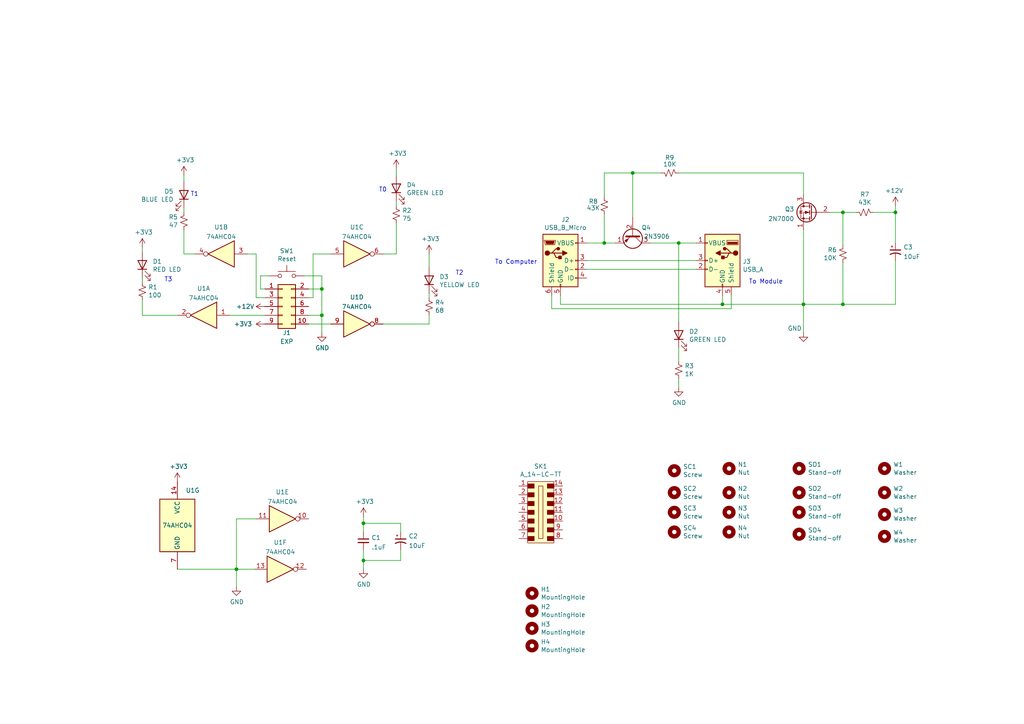
<source format=kicad_sch>
(kicad_sch (version 20211123) (generator eeschema)
  (paper "A4")
  (title_block (rev "1.1"))
  (lib_symbols
    (symbol "74xx:74AHC04"
      (property "Reference" "U" (at 0 1.27 0))
      (property "Value" "74AHC04" (at 0 -1.27 0))
      (symbol "74AHC04_1_0"
        (polyline (pts (xy -3.81 3.81) (xy -3.81 -3.81) (xy 3.81 0) (xy -3.81 3.81)) (stroke (width 0.254)) (fill (type background)))
        (pin input line (at -7.62 0 0) (length 3.81) (name "~") (number "1"))
        (pin output inverted (at 7.62 0 180) (length 3.81) (name "~") (number "2"))
      )
      (symbol "74AHC04_2_0"
        (polyline (pts (xy -3.81 3.81) (xy -3.81 -3.81) (xy 3.81 0) (xy -3.81 3.81)) (stroke (width 0.254)) (fill (type background)))
        (pin input line (at -7.62 0 0) (length 3.81) (name "~") (number "3"))
        (pin output inverted (at 7.62 0 180) (length 3.81) (name "~") (number "4"))
      )
      (symbol "74AHC04_3_0"
        (polyline (pts (xy -3.81 3.81) (xy -3.81 -3.81) (xy 3.81 0) (xy -3.81 3.81)) (stroke (width 0.254)) (fill (type background)))
        (pin input line (at -7.62 0 0) (length 3.81) (name "~") (number "5"))
        (pin output inverted (at 7.62 0 180) (length 3.81) (name "~") (number "6"))
      )
      (symbol "74AHC04_4_0"
        (polyline (pts (xy -3.81 3.81) (xy -3.81 -3.81) (xy 3.81 0) (xy -3.81 3.81)) (stroke (width 0.254)) (fill (type background)))
        (pin output inverted (at 7.62 0 180) (length 3.81) (name "~") (number "8"))
        (pin input line (at -7.62 0 0) (length 3.81) (name "~") (number "9"))
      )
      (symbol "74AHC04_5_0"
        (polyline (pts (xy -3.81 3.81) (xy -3.81 -3.81) (xy 3.81 0) (xy -3.81 3.81)) (stroke (width 0.254)) (fill (type background)))
        (pin output inverted (at 7.62 0 180) (length 3.81) (name "~") (number "10"))
        (pin input line (at -7.62 0 0) (length 3.81) (name "~") (number "11"))
      )
      (symbol "74AHC04_6_0"
        (polyline (pts (xy -3.81 3.81) (xy -3.81 -3.81) (xy 3.81 0) (xy -3.81 3.81)) (stroke (width 0.254)) (fill (type background)))
        (pin output inverted (at 7.62 0 180) (length 3.81) (name "~") (number "12"))
        (pin input line (at -7.62 0 0) (length 3.81) (name "~") (number "13"))
      )
      (symbol "74AHC04_7_0"
        (pin power_in line (at 0 12.7 270) (length 5.08) (name "VCC") (number "14"))
        (pin power_in line (at 0 -12.7 90) (length 5.08) (name "GND") (number "7"))
      )
      (symbol "74AHC04_7_1"
        (rectangle (start -5.08 7.62) (end 5.08 -7.62) (stroke (width 0.254)) (fill (type background)))
      )
    )
    (symbol "Connector:USB_A" (pin_names (offset 1.016))
      (property "Reference" "J" (at -5.08 11.43 0))
      (property "Value" "USB_A" (at -5.08 8.89 0))
      (symbol "USB_A_0_1"
        (rectangle (start -5.08 -7.62) (end 5.08 7.62) (stroke (width 0.254)) (fill (type background)))
        (circle (center -3.81 2.159) (radius 0.635) (stroke (width 0.254)) (fill (type outline)))
        (rectangle (start -1.524 4.826) (end -4.318 5.334) (fill (type outline)))
        (rectangle (start -1.27 4.572) (end -4.572 5.842))
        (circle (center -0.635 3.429) (radius 0.381) (stroke (width 0.254)) (fill (type outline)))
        (rectangle (start -0.127 -7.62) (end 0.127 -6.858))
        (polyline (pts (xy -3.175 2.159) (xy -2.54 2.159) (xy -1.27 3.429) (xy -0.635 3.429)) (stroke (width 0.254)))
        (polyline (pts (xy -2.54 2.159) (xy -1.905 2.159) (xy -1.27 0.889) (xy 0 0.889)) (stroke (width 0.254)))
        (polyline (pts (xy 0.635 2.794) (xy 0.635 1.524) (xy 1.905 2.159) (xy 0.635 2.794)) (stroke (width 0.254)) (fill (type outline)))
        (rectangle (start 0.254 1.27) (end -0.508 0.508) (stroke (width 0.254)) (fill (type outline)))
        (rectangle (start 5.08 -2.667) (end 4.318 -2.413))
        (rectangle (start 5.08 -0.127) (end 4.318 0.127))
        (rectangle (start 5.08 4.953) (end 4.318 5.207))
      )
      (symbol "USB_A_1_1"
        (polyline (pts (xy -1.905 2.159) (xy 0.635 2.159)) (stroke (width 0.254)))
        (pin power_in line (at 7.62 5.08 180) (length 2.54) (name "VBUS") (number "1"))
        (pin bidirectional line (at 7.62 -2.54 180) (length 2.54) (name "D-") (number "2"))
        (pin bidirectional line (at 7.62 0 180) (length 2.54) (name "D+") (number "3"))
        (pin power_in line (at 0 -10.16 90) (length 2.54) (name "GND") (number "4"))
        (pin passive line (at -2.54 -10.16 90) (length 2.54) (name "Shield") (number "5"))
      )
    )
    (symbol "Connector:USB_B_Micro" (pin_names (offset 1.016))
      (property "Reference" "J" (at -5.08 11.43 0))
      (property "Value" "USB_B_Micro" (at -5.08 8.89 0))
      (symbol "USB_B_Micro_0_1"
        (rectangle (start -5.08 -7.62) (end 5.08 7.62) (stroke (width 0.254)) (fill (type background)))
        (circle (center -3.81 2.159) (radius 0.635) (stroke (width 0.254)) (fill (type outline)))
        (circle (center -0.635 3.429) (radius 0.381) (stroke (width 0.254)) (fill (type outline)))
        (rectangle (start -0.127 -7.62) (end 0.127 -6.858))
        (polyline (pts (xy -1.905 2.159) (xy 0.635 2.159)) (stroke (width 0.254)))
        (polyline (pts (xy -3.175 2.159) (xy -2.54 2.159) (xy -1.27 3.429) (xy -0.635 3.429)) (stroke (width 0.254)))
        (polyline (pts (xy -2.54 2.159) (xy -1.905 2.159) (xy -1.27 0.889) (xy 0 0.889)) (stroke (width 0.254)))
        (polyline (pts (xy 0.635 2.794) (xy 0.635 1.524) (xy 1.905 2.159) (xy 0.635 2.794)) (stroke (width 0.254)) (fill (type outline)))
        (polyline (pts (xy -4.318 5.588) (xy -1.778 5.588) (xy -2.032 4.826) (xy -4.064 4.826) (xy -4.318 5.588)) (fill (type outline)))
        (polyline (pts (xy -4.699 5.842) (xy -4.699 5.588) (xy -4.445 4.826) (xy -4.445 4.572) (xy -1.651 4.572) (xy -1.651 4.826) (xy -1.397 5.588) (xy -1.397 5.842) (xy -4.699 5.842)))
        (rectangle (start 0.254 1.27) (end -0.508 0.508) (stroke (width 0.254)) (fill (type outline)))
        (rectangle (start 5.08 -5.207) (end 4.318 -4.953))
        (rectangle (start 5.08 -2.667) (end 4.318 -2.413))
        (rectangle (start 5.08 -0.127) (end 4.318 0.127))
        (rectangle (start 5.08 4.953) (end 4.318 5.207))
      )
      (symbol "USB_B_Micro_1_1"
        (pin power_out line (at 7.62 5.08 180) (length 2.54) (name "VBUS") (number "1"))
        (pin bidirectional line (at 7.62 -2.54 180) (length 2.54) (name "D-") (number "2"))
        (pin bidirectional line (at 7.62 0 180) (length 2.54) (name "D+") (number "3"))
        (pin passive line (at 7.62 -5.08 180) (length 2.54) (name "ID") (number "4"))
        (pin power_out line (at 0 -10.16 90) (length 2.54) (name "GND") (number "5"))
        (pin passive line (at -2.54 -10.16 90) (length 2.54) (name "Shield") (number "6"))
      )
    )
    (symbol "Connector_Generic:Conn_02x05_Odd_Even" (pin_names (offset 1.016) hide)
      (property "Reference" "J" (at 1.27 7.62 0))
      (property "Value" "Conn_02x05_Odd_Even" (at 1.27 -7.62 0))
      (symbol "Conn_02x05_Odd_Even_1_1"
        (rectangle (start -1.27 -4.953) (end 0 -5.207) (stroke (width 0.1524)))
        (rectangle (start -1.27 -2.413) (end 0 -2.667) (stroke (width 0.1524)))
        (rectangle (start -1.27 0.127) (end 0 -0.127) (stroke (width 0.1524)))
        (rectangle (start -1.27 2.667) (end 0 2.413) (stroke (width 0.1524)))
        (rectangle (start -1.27 5.207) (end 0 4.953) (stroke (width 0.1524)))
        (rectangle (start -1.27 6.35) (end 3.81 -6.35) (stroke (width 0.254)) (fill (type background)))
        (rectangle (start 3.81 -4.953) (end 2.54 -5.207) (stroke (width 0.1524)))
        (rectangle (start 3.81 -2.413) (end 2.54 -2.667) (stroke (width 0.1524)))
        (rectangle (start 3.81 0.127) (end 2.54 -0.127) (stroke (width 0.1524)))
        (rectangle (start 3.81 2.667) (end 2.54 2.413) (stroke (width 0.1524)))
        (rectangle (start 3.81 5.207) (end 2.54 4.953) (stroke (width 0.1524)))
        (pin passive line (at -5.08 5.08 0) (length 3.81) (name "Pin_1") (number "1"))
        (pin passive line (at 7.62 -5.08 180) (length 3.81) (name "Pin_10") (number "10"))
        (pin passive line (at 7.62 5.08 180) (length 3.81) (name "Pin_2") (number "2"))
        (pin passive line (at -5.08 2.54 0) (length 3.81) (name "Pin_3") (number "3"))
        (pin passive line (at 7.62 2.54 180) (length 3.81) (name "Pin_4") (number "4"))
        (pin passive line (at -5.08 0 0) (length 3.81) (name "Pin_5") (number "5"))
        (pin passive line (at 7.62 0 180) (length 3.81) (name "Pin_6") (number "6"))
        (pin passive line (at -5.08 -2.54 0) (length 3.81) (name "Pin_7") (number "7"))
        (pin passive line (at 7.62 -2.54 180) (length 3.81) (name "Pin_8") (number "8"))
        (pin passive line (at -5.08 -5.08 0) (length 3.81) (name "Pin_9") (number "9"))
      )
    )
    (symbol "Device:C_Polarized_Small_US" (pin_numbers hide) (pin_names (offset 0.254) hide)
      (property "Reference" "C" (at 0.254 1.778 0))
      (property "Value" "C_Polarized_Small_US" (at 0.254 -2.032 0))
      (symbol "C_Polarized_Small_US_0_1"
        (polyline (pts (xy -1.524 0.508) (xy 1.524 0.508)) (stroke (width 0.3048)))
        (polyline (pts (xy -1.27 1.524) (xy -0.762 1.524)))
        (polyline (pts (xy -1.016 1.27) (xy -1.016 1.778)))
        (arc (start 1.524 -0.762) (mid 0 -0.3734) (end -1.524 -0.762) (stroke (width 0.3048)))
      )
      (symbol "C_Polarized_Small_US_1_1"
        (pin passive line (at 0 2.54 270) (length 2.032) (name "~") (number "1"))
        (pin passive line (at 0 -2.54 90) (length 2.032) (name "~") (number "2"))
      )
    )
    (symbol "Device:C_Small" (pin_numbers hide) (pin_names (offset 0.254) hide)
      (property "Reference" "C" (at 0.254 1.778 0))
      (property "Value" "C_Small" (at 0.254 -2.032 0))
      (symbol "C_Small_0_1"
        (polyline (pts (xy -1.524 -0.508) (xy 1.524 -0.508)) (stroke (width 0.3302)))
        (polyline (pts (xy -1.524 0.508) (xy 1.524 0.508)) (stroke (width 0.3048)))
      )
      (symbol "C_Small_1_1"
        (pin passive line (at 0 2.54 270) (length 2.032) (name "~") (number "1"))
        (pin passive line (at 0 -2.54 90) (length 2.032) (name "~") (number "2"))
      )
    )
    (symbol "Device:LED" (pin_numbers hide) (pin_names (offset 1.016) hide)
      (property "Reference" "D" (at 0 2.54 0))
      (property "Value" "LED" (at 0 -2.54 0))
      (symbol "LED_0_1"
        (polyline (pts (xy -1.27 -1.27) (xy -1.27 1.27)) (stroke (width 0.254)))
        (polyline (pts (xy -1.27 0) (xy 1.27 0)))
        (polyline (pts (xy 1.27 -1.27) (xy 1.27 1.27) (xy -1.27 0) (xy 1.27 -1.27)) (stroke (width 0.254)))
        (polyline (pts (xy -3.048 -0.762) (xy -4.572 -2.286) (xy -3.81 -2.286) (xy -4.572 -2.286) (xy -4.572 -1.524)))
        (polyline (pts (xy -1.778 -0.762) (xy -3.302 -2.286) (xy -2.54 -2.286) (xy -3.302 -2.286) (xy -3.302 -1.524)))
      )
      (symbol "LED_1_1"
        (pin passive line (at -3.81 0 0) (length 2.54) (name "K") (number "1"))
        (pin passive line (at 3.81 0 180) (length 2.54) (name "A") (number "2"))
      )
    )
    (symbol "Device:R_Small_US" (pin_numbers hide) (pin_names (offset 0.254) hide)
      (property "Reference" "R" (at 0.762 0.508 0))
      (property "Value" "R_Small_US" (at 0.762 -1.016 0))
      (symbol "R_Small_US_1_1"
        (polyline (pts (xy 0 0) (xy 1.016 -0.381) (xy 0 -0.762) (xy -1.016 -1.143) (xy 0 -1.524)))
        (polyline (pts (xy 0 1.524) (xy 1.016 1.143) (xy 0 0.762) (xy -1.016 0.381) (xy 0 0)))
        (pin passive line (at 0 2.54 270) (length 1.016) (name "~") (number "1"))
        (pin passive line (at 0 -2.54 90) (length 1.016) (name "~") (number "2"))
      )
    )
    (symbol "Mechanical:MountingHole" (pin_names (offset 1.016))
      (property "Reference" "H" (at 0 5.08 0))
      (property "Value" "MountingHole" (at 0 3.175 0))
      (symbol "MountingHole_0_1"
        (circle (center 0 0) (radius 1.27) (stroke (width 1.27)))
      )
    )
    (symbol "Switch:SW_Push" (pin_numbers hide) (pin_names (offset 1.016) hide)
      (property "Reference" "SW" (at 1.27 2.54 0))
      (property "Value" "SW_Push" (at 0 -1.524 0))
      (symbol "SW_Push_0_1"
        (circle (center -2.032 0) (radius 0.508))
        (polyline (pts (xy 0 1.27) (xy 0 3.048)))
        (polyline (pts (xy 2.54 1.27) (xy -2.54 1.27)))
        (circle (center 2.032 0) (radius 0.508))
        (pin passive line (at -5.08 0 0) (length 2.54) (name "1") (number "1"))
        (pin passive line (at 5.08 0 180) (length 2.54) (name "2") (number "2"))
      )
    )
    (symbol "Transistor_BJT:2N3906" (pin_names (offset 0) hide)
      (property "Reference" "Q" (at 5.08 1.905 0))
      (property "Value" "2N3906" (at 5.08 0 0))
      (symbol "2N3906_0_1"
        (polyline (pts (xy 0.635 0.635) (xy 2.54 2.54)))
        (polyline (pts (xy 0.635 -0.635) (xy 2.54 -2.54) (xy 2.54 -2.54)))
        (polyline (pts (xy 0.635 1.905) (xy 0.635 -1.905) (xy 0.635 -1.905)) (stroke (width 0.508)))
        (polyline (pts (xy 2.286 -1.778) (xy 1.778 -2.286) (xy 1.27 -1.27) (xy 2.286 -1.778) (xy 2.286 -1.778)) (fill (type outline)))
        (circle (center 1.27 0) (radius 2.8194) (stroke (width 0.254)))
      )
      (symbol "2N3906_1_1"
        (pin passive line (at 2.54 -5.08 90) (length 2.54) (name "E") (number "1"))
        (pin input line (at -5.08 0 0) (length 5.715) (name "B") (number "2"))
        (pin passive line (at 2.54 5.08 270) (length 2.54) (name "C") (number "3"))
      )
    )
    (symbol "Transistor_FET:2N7000" (pin_names hide)
      (property "Reference" "Q" (at 5.08 1.905 0))
      (property "Value" "2N7000" (at 5.08 0 0))
      (symbol "2N7000_0_1"
        (polyline (pts (xy 0.254 0) (xy -2.54 0)))
        (polyline (pts (xy 0.254 1.905) (xy 0.254 -1.905)) (stroke (width 0.254)))
        (polyline (pts (xy 0.762 -1.27) (xy 0.762 -2.286)) (stroke (width 0.254)))
        (polyline (pts (xy 0.762 0.508) (xy 0.762 -0.508)) (stroke (width 0.254)))
        (polyline (pts (xy 0.762 2.286) (xy 0.762 1.27)) (stroke (width 0.254)))
        (polyline (pts (xy 2.54 2.54) (xy 2.54 1.778)))
        (polyline (pts (xy 2.54 -2.54) (xy 2.54 0) (xy 0.762 0)))
        (polyline (pts (xy 0.762 -1.778) (xy 3.302 -1.778) (xy 3.302 1.778) (xy 0.762 1.778)))
        (polyline (pts (xy 1.016 0) (xy 2.032 0.381) (xy 2.032 -0.381) (xy 1.016 0)) (fill (type outline)))
        (polyline (pts (xy 2.794 0.508) (xy 2.921 0.381) (xy 3.683 0.381) (xy 3.81 0.254)))
        (polyline (pts (xy 3.302 0.381) (xy 2.921 -0.254) (xy 3.683 -0.254) (xy 3.302 0.381)))
        (circle (center 1.651 0) (radius 2.794) (stroke (width 0.254)))
        (circle (center 2.54 -1.778) (radius 0.254) (fill (type outline)))
        (circle (center 2.54 1.778) (radius 0.254) (fill (type outline)))
      )
      (symbol "2N7000_1_1"
        (pin passive line (at 2.54 -5.08 90) (length 2.54) (name "S") (number "1"))
        (pin input line (at -5.08 0 0) (length 2.54) (name "G") (number "2"))
        (pin passive line (at 2.54 5.08 270) (length 2.54) (name "D") (number "3"))
      )
    )
    (symbol "dk_Sockets-for-ICs-Transistors:A_14-LC-TT" (pin_names (offset 1.016))
      (property "Reference" "J" (at -3.81 7.62 0))
      (property "Value" "dk_Sockets-for-ICs-Transistors_A_14-LC-TT" (at 0 -12.7 0))
      (symbol "A_14-LC-TT_1_1"
        (rectangle (start -3.81 -9.525) (end -1.905 -10.795) (fill (type outline)))
        (rectangle (start -3.81 -6.985) (end -1.905 -8.255) (fill (type outline)))
        (rectangle (start -3.81 -4.445) (end -1.905 -5.715) (fill (type outline)))
        (rectangle (start -3.81 -1.905) (end -1.905 -3.175) (fill (type outline)))
        (rectangle (start -3.81 0.635) (end -1.905 -0.635) (fill (type outline)))
        (rectangle (start -3.81 3.175) (end -1.905 1.905) (fill (type outline)))
        (rectangle (start -3.81 5.715) (end -1.905 4.445) (fill (type outline)))
        (rectangle (start -3.81 6.35) (end 3.81 -11.43) (fill (type background)))
        (rectangle (start -0.635 5.08) (end 0.635 -10.16))
        (rectangle (start 1.905 -9.525) (end 3.81 -10.795) (fill (type outline)))
        (rectangle (start 1.905 -6.985) (end 3.81 -8.255) (fill (type outline)))
        (rectangle (start 1.905 -4.445) (end 3.81 -5.715) (fill (type outline)))
        (rectangle (start 1.905 -1.905) (end 3.81 -3.175) (fill (type outline)))
        (rectangle (start 1.905 0.635) (end 3.81 -0.635) (fill (type outline)))
        (rectangle (start 1.905 3.175) (end 3.81 1.905) (fill (type outline)))
        (rectangle (start 1.905 5.715) (end 3.81 4.445) (fill (type outline)))
        (pin passive line (at -6.35 5.08 0) (length 2.54) (name "~") (number "1"))
        (pin passive line (at 6.35 -5.08 180) (length 2.54) (name "~") (number "10"))
        (pin passive line (at 6.35 -2.54 180) (length 2.54) (name "~") (number "11"))
        (pin passive line (at 6.35 0 180) (length 2.54) (name "~") (number "12"))
        (pin passive line (at 6.35 2.54 180) (length 2.54) (name "~") (number "13"))
        (pin passive line (at 6.35 5.08 180) (length 2.54) (name "~") (number "14"))
        (pin passive line (at -6.35 2.54 0) (length 2.54) (name "~") (number "2"))
        (pin passive line (at -6.35 0 0) (length 2.54) (name "~") (number "3"))
        (pin passive line (at -6.35 -2.54 0) (length 2.54) (name "~") (number "4"))
        (pin passive line (at -6.35 -5.08 0) (length 2.54) (name "~") (number "5"))
        (pin passive line (at -6.35 -7.62 0) (length 2.54) (name "~") (number "6"))
        (pin passive line (at -6.35 -10.16 0) (length 2.54) (name "~") (number "7"))
        (pin passive line (at 6.35 -10.16 180) (length 2.54) (name "~") (number "8"))
        (pin passive line (at 6.35 -7.62 180) (length 2.54) (name "~") (number "9"))
      )
    )
    (symbol "power:+12V" (power) (pin_names (offset 0))
      (property "Value" "+12V" (at 0 3.556 0))
      (symbol "+12V_0_1"
        (polyline (pts (xy -0.762 1.27) (xy 0 2.54)))
        (polyline (pts (xy 0 0) (xy 0 2.54)))
        (polyline (pts (xy 0 2.54) (xy 0.762 1.27)))
      )
      (symbol "+12V_1_1"
        (pin power_in line (at 0 0 90) (length 0) hide (name "+12V") (number "1"))
      )
    )
    (symbol "power:+3.3V" (power) (pin_names (offset 0))
      (property "Value" "+3.3V" (at 0 3.556 0))
      (symbol "+3.3V_0_1"
        (polyline (pts (xy -0.762 1.27) (xy 0 2.54)))
        (polyline (pts (xy 0 0) (xy 0 2.54)))
        (polyline (pts (xy 0 2.54) (xy 0.762 1.27)))
      )
      (symbol "+3.3V_1_1"
        (pin power_in line (at 0 0 90) (length 0) hide (name "+3V3") (number "1"))
      )
    )
    (symbol "power:GND" (power) (pin_names (offset 0))
      (property "Value" "GND" (at 0 -3.81 0))
      (symbol "GND_0_1"
        (polyline (pts (xy 0 0) (xy 0 -1.27) (xy 1.27 -1.27) (xy 0 -2.54) (xy -1.27 -1.27) (xy 0 -1.27)))
      )
      (symbol "GND_1_1"
        (pin power_in line (at 0 0 270) (length 0) hide (name "GND") (number "1"))
      )
    )
  )
  (junction (at 68.58 165.1))
  (junction (at 209.55 88.265))
  (junction (at 183.515 50.165))
  (junction (at 105.41 162.56))
  (junction (at 93.345 91.44))
  (junction (at 244.475 61.595))
  (junction (at 196.85 70.485))
  (junction (at 259.715 61.595))
  (junction (at 233.045 88.265))
  (junction (at 244.475 88.265))
  (junction (at 105.41 151.765))
  (junction (at 175.26 70.485))
  (junction (at 93.345 83.82))
  (wire (pts (xy 105.41 159.385) (xy 105.41 162.56)))
  (wire (pts (xy 175.26 57.15) (xy 175.26 50.165)))
  (wire (pts (xy 66.675 91.44) (xy 76.835 91.44)))
  (wire (pts (xy 68.58 165.1) (xy 73.66 165.1)))
  (wire (pts (xy 41.275 71.755) (xy 41.275 73.025)))
  (wire (pts (xy 93.345 80.01) (xy 93.345 83.82)))
  (wire (pts (xy 188.595 70.485) (xy 196.85 70.485)))
  (wire (pts (xy 114.935 73.66) (xy 111.125 73.66)))
  (wire (pts (xy 105.41 149.86) (xy 105.41 151.765)))
  (wire (pts (xy 105.41 162.56) (xy 116.205 162.56)))
  (wire (pts (xy 90.805 73.66) (xy 95.885 73.66)))
  (wire (pts (xy 170.18 70.485) (xy 175.26 70.485)))
  (wire (pts (xy 233.045 88.265) (xy 233.045 96.52)))
  (wire (pts (xy 248.285 61.595) (xy 244.475 61.595)))
  (wire (pts (xy 233.045 66.675) (xy 233.045 88.265)))
  (wire (pts (xy 105.41 162.56) (xy 105.41 165.1)))
  (wire (pts (xy 183.515 62.865) (xy 183.515 50.165)))
  (wire (pts (xy 116.205 154.305) (xy 116.205 151.765)))
  (wire (pts (xy 196.85 100.965) (xy 196.85 104.775)))
  (wire (pts (xy 259.715 61.595) (xy 253.365 61.595)))
  (wire (pts (xy 53.34 66.675) (xy 53.34 73.66)))
  (wire (pts (xy 41.275 86.995) (xy 41.275 91.44)))
  (wire (pts (xy 88.265 80.01) (xy 93.345 80.01)))
  (wire (pts (xy 90.805 86.36) (xy 90.805 73.66)))
  (wire (pts (xy 209.55 88.265) (xy 233.045 88.265)))
  (wire (pts (xy 93.345 91.44) (xy 93.345 96.52)))
  (wire (pts (xy 196.85 109.855) (xy 196.85 112.395)))
  (wire (pts (xy 114.935 48.895) (xy 114.935 50.8)))
  (wire (pts (xy 68.58 165.1) (xy 68.58 150.495)))
  (wire (pts (xy 68.58 150.495) (xy 74.295 150.495)))
  (wire (pts (xy 233.045 56.515) (xy 233.045 50.165)))
  (wire (pts (xy 259.715 88.265) (xy 244.475 88.265)))
  (wire (pts (xy 75.565 83.82) (xy 75.565 80.01)))
  (wire (pts (xy 105.41 151.765) (xy 105.41 154.305)))
  (wire (pts (xy 89.535 83.82) (xy 93.345 83.82)))
  (wire (pts (xy 53.34 73.66) (xy 56.515 73.66)))
  (wire (pts (xy 124.46 91.44) (xy 124.46 93.98)))
  (wire (pts (xy 175.26 50.165) (xy 183.515 50.165)))
  (wire (pts (xy 89.535 91.44) (xy 93.345 91.44)))
  (wire (pts (xy 68.58 170.18) (xy 68.58 165.1)))
  (wire (pts (xy 41.275 80.645) (xy 41.275 81.915)))
  (wire (pts (xy 53.34 60.325) (xy 53.34 61.595)))
  (wire (pts (xy 244.475 88.265) (xy 233.045 88.265)))
  (wire (pts (xy 124.46 85.09) (xy 124.46 86.36)))
  (wire (pts (xy 124.46 73.66) (xy 124.46 77.47)))
  (wire (pts (xy 76.835 86.36) (xy 74.295 86.36)))
  (wire (pts (xy 259.715 61.595) (xy 259.715 70.485)))
  (wire (pts (xy 116.205 159.385) (xy 116.205 162.56)))
  (wire (pts (xy 259.715 75.565) (xy 259.715 88.265)))
  (wire (pts (xy 160.02 85.725) (xy 160.02 89.535)))
  (wire (pts (xy 175.26 70.485) (xy 178.435 70.485)))
  (wire (pts (xy 116.205 151.765) (xy 105.41 151.765)))
  (wire (pts (xy 244.475 71.12) (xy 244.475 61.595)))
  (wire (pts (xy 170.18 78.105) (xy 201.93 78.105)))
  (wire (pts (xy 93.345 83.82) (xy 93.345 91.44)))
  (wire (pts (xy 175.26 62.23) (xy 175.26 70.485)))
  (wire (pts (xy 244.475 76.2) (xy 244.475 88.265)))
  (wire (pts (xy 74.295 86.36) (xy 74.295 73.66)))
  (wire (pts (xy 259.715 59.69) (xy 259.715 61.595)))
  (wire (pts (xy 233.045 50.165) (xy 196.85 50.165)))
  (wire (pts (xy 75.565 80.01) (xy 78.105 80.01)))
  (wire (pts (xy 89.535 86.36) (xy 90.805 86.36)))
  (wire (pts (xy 170.18 75.565) (xy 201.93 75.565)))
  (wire (pts (xy 196.85 70.485) (xy 201.93 70.485)))
  (wire (pts (xy 53.34 50.8) (xy 53.34 52.705)))
  (wire (pts (xy 114.935 58.42) (xy 114.935 59.69)))
  (wire (pts (xy 51.435 165.1) (xy 68.58 165.1)))
  (wire (pts (xy 209.55 88.265) (xy 209.55 85.725)))
  (wire (pts (xy 51.435 91.44) (xy 41.275 91.44)))
  (wire (pts (xy 162.56 85.725) (xy 162.56 88.265)))
  (wire (pts (xy 244.475 61.595) (xy 240.665 61.595)))
  (wire (pts (xy 114.935 64.77) (xy 114.935 73.66)))
  (wire (pts (xy 71.755 73.66) (xy 74.295 73.66)))
  (wire (pts (xy 212.09 89.535) (xy 212.09 85.725)))
  (wire (pts (xy 160.02 89.535) (xy 212.09 89.535)))
  (wire (pts (xy 183.515 50.165) (xy 191.77 50.165)))
  (wire (pts (xy 89.535 93.98) (xy 95.885 93.98)))
  (wire (pts (xy 111.125 93.98) (xy 124.46 93.98)))
  (wire (pts (xy 76.835 83.82) (xy 75.565 83.82)))
  (wire (pts (xy 196.85 70.485) (xy 196.85 93.345)))
  (wire (pts (xy 162.56 88.265) (xy 209.55 88.265)))
  (text "To Computer" (at 143.51 76.835 0) (effects (font (size 1.27 1.27)) (justify left bottom)))
  (text "T0" (at 109.855 55.88 0) (effects (font (size 1.27 1.27)) (justify left bottom)))
  (text "T1" (at 55.245 57.15 0) (effects (font (size 1.27 1.27)) (justify left bottom)))
  (text "T3" (at 47.625 81.915 0) (effects (font (size 1.27 1.27)) (justify left bottom)))
  (text "To Module" (at 217.17 82.55 0) (effects (font (size 1.27 1.27)) (justify left bottom)))
  (text "T2" (at 132.08 80.01 0) (effects (font (size 1.27 1.27)) (justify left bottom)))
  (symbol (lib_id "Mechanical:MountingHole") (at 154.305 172.085 0) (unit 1) (in_bom no)
    (property "Reference" "H1" (at 156.845 170.9166 0) (effects (justify left)))
    (property "Value" "MountingHole" (at 156.845 173.228 0) (effects (justify left)))
    (property "Footprint" "MountingHole:MountingHole_2.5mm" (effects hide))
  )
  (symbol (lib_id "Mechanical:MountingHole") (at 154.305 177.165 0) (unit 1) (in_bom no)
    (property "Reference" "H2" (at 156.845 175.9966 0) (effects (justify left)))
    (property "Value" "MountingHole" (at 156.845 178.308 0) (effects (justify left)))
    (property "Footprint" "MountingHole:MountingHole_2.5mm" (effects hide))
  )
  (symbol (lib_id "Mechanical:MountingHole") (at 154.305 182.245 0) (unit 1) (in_bom no)
    (property "Reference" "H3" (at 156.845 181.0766 0) (effects (justify left)))
    (property "Value" "MountingHole" (at 156.845 183.388 0) (effects (justify left)))
    (property "Footprint" "MountingHole:MountingHole_2.5mm" (effects hide))
  )
  (symbol (lib_id "Mechanical:MountingHole") (at 154.305 187.325 0) (unit 1) (in_bom no)
    (property "Reference" "H4" (at 156.845 186.1566 0) (effects (justify left)))
    (property "Value" "MountingHole" (at 156.845 188.468 0) (effects (justify left)))
    (property "Footprint" "MountingHole:MountingHole_2.5mm" (effects hide))
  )
  (symbol (lib_id "Device:R_Small_US") (at 124.46 88.9 180) (unit 1)
    (property "Reference" "R4" (at 126.1872 87.7316 0) (effects (justify right)))
    (property "Value" "68" (at 126.1872 90.043 0) (effects (justify right)))
    (property "Footprint" "Resistor_THT:R_Axial_DIN0207_L6.3mm_D2.5mm_P10.16mm_Horizontal" (effects hide))
    (property "Digi-Key Part" "CF14JT68R0CT-ND" (effects hide))
  )
  (symbol (lib_id "Device:LED") (at 124.46 81.28 90) (unit 1)
    (property "Reference" "D3" (at 127.4572 80.2894 90) (effects (justify right)))
    (property "Value" "YELLOW LED" (at 127.4572 82.6008 90) (effects (justify right)))
    (property "Footprint" "LED_THT:LED_D3.0mm" (effects hide))
    (property "Digi-Key Part" "732-5010-ND" (effects hide))
  )
  (symbol (lib_id "Switch:SW_Push") (at 83.185 80.01 0) (unit 1)
    (property "Reference" "SW1" (at 83.185 72.771 0))
    (property "Value" "Reset" (at 83.185 75.0824 0))
    (property "Footprint" "Button_Switch_THT:SW_PUSH_6mm" (effects hide))
    (property "Digi-Key Part" "450-1940-ND" (effects hide))
  )
  (symbol (lib_id "power:+3.3V") (at 76.835 93.98 90) (unit 1)
    (property "Reference" "#PWR0101" (effects hide))
    (property "Value" "+3.3V" (at 70.485 93.98 90))
  )
  (symbol (lib_id "Device:R_Small_US") (at 41.275 84.455 180) (unit 1)
    (property "Reference" "R1" (at 43.0022 83.2866 0) (effects (justify right)))
    (property "Value" "100" (at 43.0022 85.598 0) (effects (justify right)))
    (property "Footprint" "Resistor_THT:R_Axial_DIN0207_L6.3mm_D2.5mm_P10.16mm_Horizontal" (effects hide))
    (property "Digi-Key Part" "CF14JT100RCT-ND" (effects hide))
  )
  (symbol (lib_id "Device:LED") (at 41.275 76.835 90) (unit 1)
    (property "Reference" "D1" (at 44.2722 75.8444 90) (effects (justify right)))
    (property "Value" "RED LED" (at 44.2722 78.1558 90) (effects (justify right)))
    (property "Footprint" "LED_THT:LED_D3.0mm" (effects hide))
    (property "Digi-Key Part" "160-1035-ND" (effects hide))
  )
  (symbol (lib_id "Device:R_Small_US") (at 196.85 107.315 180) (unit 1)
    (property "Reference" "R3" (at 198.5772 106.1466 0) (effects (justify right)))
    (property "Value" "1K" (at 198.5772 108.458 0) (effects (justify right)))
    (property "Footprint" "Resistor_THT:R_Axial_DIN0207_L6.3mm_D2.5mm_P2.54mm_Vertical" (effects hide))
    (property "Digi-Key Part" "738-CFF14JT1K00CT-ND" (effects hide))
  )
  (symbol (lib_id "Device:LED") (at 196.85 97.155 90) (unit 1)
    (property "Reference" "D2" (at 199.8472 96.1644 90) (effects (justify right)))
    (property "Value" "GREEN LED" (at 199.8472 98.4758 90) (effects (justify right)))
    (property "Footprint" "LED_THT:LED_D3.0mm" (effects hide))
    (property "Digi-Key Part" "732-5008-ND" (effects hide))
  )
  (symbol (lib_id "power:GND") (at 196.85 112.395 0) (unit 1)
    (property "Reference" "#PWR06" (effects hide))
    (property "Value" "GND" (at 196.977 116.7892 0))
  )
  (symbol (lib_id "Connector:USB_B_Micro") (at 162.56 75.565 0) (unit 1)
    (property "Reference" "J2" (at 164.0078 63.7032 0))
    (property "Value" "USB_B_Micro" (at 164.0078 66.0146 0))
    (property "Footprint" "Connector_USB:USB_Micro-B_Wuerth_614105150721_Vertical" (effects hide))
    (property "Digi-Key Part" "2073-USB3131-30-0230-ACT-ND" (effects hide))
  )
  (symbol (lib_id "Connector:USB_A") (at 209.55 75.565 0) (mirror y) (unit 1)
    (property "Reference" "J3" (at 215.392 75.8444 0) (effects (justify right)))
    (property "Value" "USB_A" (at 215.392 78.1558 0) (effects (justify right)))
    (property "Footprint" "sputterizer:USB_A_Amphenol_UE27AE54100_Vertical" (effects hide))
    (property "Datasheet" " ~" (effects hide))
    (property "Digi-Key Part" "UE27AE54100-ND" (effects hide))
  )
  (symbol (lib_id "Connector_Generic:Conn_02x05_Odd_Even") (at 81.915 88.9 0) (unit 1)
    (property "Reference" "J1" (at 83.185 96.52 0))
    (property "Value" "EXP" (at 83.185 99.06 0))
    (property "Footprint" "Connector_PinHeader_2.54mm:PinHeader_2x05_P2.54mm_Vertical" (effects hide))
    (property "Digi-Key Part" "S2011EC-05-ND" (effects hide))
  )
  (symbol (lib_id "power:+12V") (at 76.835 88.9 90) (unit 1)
    (property "Reference" "#PWR01" (effects hide))
    (property "Value" "+12V" (at 71.12 88.9 90))
  )
  (symbol (lib_id "power:GND") (at 93.345 96.52 0) (unit 1)
    (property "Reference" "#PWR02" (effects hide))
    (property "Value" "GND" (at 93.472 100.9142 0))
  )
  (symbol (lib_id "power:GND") (at 233.045 96.52 0) (mirror y) (unit 1)
    (property "Reference" "#PWR04" (effects hide))
    (property "Value" "GND" (at 230.505 95.25 0))
  )
  (symbol (lib_id "Mechanical:MountingHole") (at 231.775 135.89 0) (unit 1) (on_board no)
    (property "Reference" "SO1" (at 234.315 134.7216 0) (effects (justify left)))
    (property "Value" "Stand-off" (at 234.315 137.033 0) (effects (justify left)))
    (property "Footprint" "MountingHole:MountingHole_2.5mm" (effects hide))
    (property "Digi-Key Part" "1772-2756-ND" (effects hide))
  )
  (symbol (lib_id "74xx:74AHC04") (at 81.915 150.495 0) (unit 5)
    (property "Reference" "U1" (at 81.915 142.7185 0))
    (property "Value" "74AHC04" (at 81.915 145.4936 0))
    (property "Footprint" "Package_DIP:DIP-14_W7.62mm_Socket" (effects hide))
    (property "Datasheet" "https://assets.nexperia.com/documents/data-sheet/74AHC_AHCT04.pdf" (effects hide))
    (property "Digi-Key Part" "296-12772-5-ND" (effects hide))
  )
  (symbol (lib_id "Mechanical:MountingHole") (at 231.775 148.59 0) (unit 1) (on_board no)
    (property "Reference" "SO3" (at 234.315 147.4216 0) (effects (justify left)))
    (property "Value" "Stand-off" (at 234.315 149.733 0) (effects (justify left)))
    (property "Footprint" "MountingHole:MountingHole_2.5mm" (effects hide))
    (property "Digi-Key Part" "1772-2756-ND" (effects hide))
  )
  (symbol (lib_id "Mechanical:MountingHole") (at 211.455 148.59 0) (unit 1) (on_board no)
    (property "Reference" "N3" (at 213.995 147.4216 0) (effects (justify left)))
    (property "Value" "Nut" (at 213.995 149.733 0) (effects (justify left)))
    (property "Footprint" "MountingHole:MountingHole_2.5mm" (effects hide))
    (property "Digi-Key Part" "36-4687-ND" (effects hide))
  )
  (symbol (lib_id "power:+3.3V") (at 105.41 149.86 0) (unit 1)
    (property "Reference" "#PWR011" (effects hide))
    (property "Value" "+3.3V" (at 105.791 145.4658 0))
  )
  (symbol (lib_id "Transistor_BJT:2N3906") (at 183.515 67.945 270) (unit 1)
    (property "Reference" "Q4" (at 186.055 66.04 90) (effects (justify left)))
    (property "Value" "2N3906" (at 186.69 68.58 90) (effects (justify left)))
    (property "Footprint" "Package_TO_SOT_THT:TO-92_Inline_Wide" (effects hide))
    (property "Datasheet" "https://www.onsemi.com/pub/Collateral/2N3906-D.PDF" (effects hide))
    (property "Digi-Key Part" "2N3906TFCT-ND" (effects hide))
  )
  (symbol (lib_id "74xx:74AHC04") (at 51.435 152.4 0) (unit 7)
    (property "Reference" "U1" (at 55.88 142.24 0))
    (property "Value" "74AHC04" (at 51.435 152.4 0))
    (property "Footprint" "Package_DIP:DIP-14_W7.62mm_Socket" (effects hide))
    (property "Datasheet" "https://assets.nexperia.com/documents/data-sheet/74AHC_AHCT04.pdf" (effects hide))
    (property "Digi-Key Part" "296-12772-5-ND" (effects hide))
  )
  (symbol (lib_id "Device:C_Small") (at 105.41 156.845 0) (unit 1)
    (property "Reference" "C1" (at 107.7341 155.9428 0) (effects (justify left)))
    (property "Value" ".1uF" (at 107.7341 158.7179 0) (effects (justify left)))
    (property "Footprint" "Capacitor_THT:C_Rect_L7.0mm_W2.0mm_P5.00mm" (effects hide))
    (property "Digi-Key Part" "399-9877-2-ND" (effects hide))
  )
  (symbol (lib_id "Mechanical:MountingHole") (at 256.54 149.225 0) (unit 1) (on_board no)
    (property "Reference" "W3" (at 259.08 148.0566 0) (effects (justify left)))
    (property "Value" "Washer" (at 259.08 150.368 0) (effects (justify left)))
    (property "Footprint" "MountingHole:MountingHole_2.5mm" (effects hide))
    (property "Digi-Key Part" "RPC3448-ND" (effects hide))
  )
  (symbol (lib_id "Mechanical:MountingHole") (at 211.455 142.875 0) (unit 1) (on_board no)
    (property "Reference" "N2" (at 213.995 141.7066 0) (effects (justify left)))
    (property "Value" "Nut" (at 213.995 144.018 0) (effects (justify left)))
    (property "Footprint" "MountingHole:MountingHole_2.5mm" (effects hide))
    (property "Digi-Key Part" "36-4687-ND" (effects hide))
  )
  (symbol (lib_id "dk_Sockets-for-ICs-Transistors:A_14-LC-TT") (at 156.845 146.05 0) (unit 1) (on_board no)
    (property "Reference" "SK1" (at 156.845 135.255 0))
    (property "Value" "A_14-LC-TT" (at 156.845 137.5664 0))
    (property "Datasheet" "http://www.assmann-wsw.com/fileadmin/datasheets/ASS_0810_CO.pdf" (effects hide))
    (property "Digi-Key Part" "AE9989-ND" (effects hide))
  )
  (symbol (lib_id "Device:R_Small_US") (at 114.935 62.23 180) (unit 1)
    (property "Reference" "R2" (at 116.6622 61.0616 0) (effects (justify right)))
    (property "Value" "75" (at 116.6622 63.373 0) (effects (justify right)))
    (property "Footprint" "Resistor_THT:R_Axial_DIN0207_L6.3mm_D2.5mm_P10.16mm_Horizontal" (effects hide))
    (property "Digi-Key Part" "CF14JT75R0CT-ND" (effects hide))
  )
  (symbol (lib_id "Device:R_Small_US") (at 250.825 61.595 90) (mirror x) (unit 1)
    (property "Reference" "R7" (at 250.825 56.388 90))
    (property "Value" "43K" (at 250.825 58.6994 90))
    (property "Footprint" "Resistor_THT:R_Axial_DIN0207_L6.3mm_D2.5mm_P10.16mm_Horizontal" (effects hide))
    (property "Digi-Key Part" "CF14JT43K0CT-ND" (effects hide))
  )
  (symbol (lib_id "Mechanical:MountingHole") (at 195.58 148.59 0) (unit 1) (on_board no)
    (property "Reference" "SC3" (at 198.12 147.4216 0) (effects (justify left)))
    (property "Value" "Screw" (at 198.12 149.733 0) (effects (justify left)))
    (property "Footprint" "MountingHole:MountingHole_2.5mm" (effects hide))
    (property "Digi-Key Part" "145-50M025045G004-ND" (effects hide))
  )
  (symbol (lib_id "power:+3.3V") (at 124.46 73.66 0) (unit 1)
    (property "Reference" "#PWR08" (effects hide))
    (property "Value" "+3.3V" (at 124.841 69.2658 0))
  )
  (symbol (lib_id "Mechanical:MountingHole") (at 195.58 136.525 0) (unit 1) (on_board no)
    (property "Reference" "SC1" (at 198.12 135.3566 0) (effects (justify left)))
    (property "Value" "Screw" (at 198.12 137.668 0) (effects (justify left)))
    (property "Footprint" "MountingHole:MountingHole_2.5mm" (effects hide))
    (property "Digi-Key Part" "145-50M025045G004-ND" (effects hide))
  )
  (symbol (lib_id "Mechanical:MountingHole") (at 211.455 154.305 0) (unit 1) (on_board no)
    (property "Reference" "N4" (at 213.995 153.1366 0) (effects (justify left)))
    (property "Value" "Nut" (at 213.995 155.448 0) (effects (justify left)))
    (property "Footprint" "MountingHole:MountingHole_2.5mm" (effects hide))
    (property "Digi-Key Part" "36-4687-ND" (effects hide))
  )
  (symbol (lib_id "power:+3.3V") (at 114.935 48.895 0) (unit 1)
    (property "Reference" "#PWR05" (effects hide))
    (property "Value" "+3.3V" (at 115.316 44.5008 0))
  )
  (symbol (lib_id "power:+12V") (at 259.715 59.69 0) (mirror y) (unit 1)
    (property "Reference" "#PWR0102" (effects hide))
    (property "Value" "+12V" (at 259.334 55.2958 0))
  )
  (symbol (lib_id "Mechanical:MountingHole") (at 195.58 154.305 0) (unit 1) (on_board no)
    (property "Reference" "SC4" (at 198.12 153.1366 0) (effects (justify left)))
    (property "Value" "Screw" (at 198.12 155.448 0) (effects (justify left)))
    (property "Footprint" "MountingHole:MountingHole_2.5mm" (effects hide))
    (property "Digi-Key Part" "145-50M025045G004-ND" (effects hide))
  )
  (symbol (lib_id "74xx:74AHC04") (at 59.055 91.44 0) (mirror y) (unit 1)
    (property "Reference" "U1" (at 59.055 83.6635 0))
    (property "Value" "74AHC04" (at 59.055 86.4386 0))
    (property "Footprint" "Package_DIP:DIP-14_W7.62mm_Socket" (effects hide))
    (property "Datasheet" "https://assets.nexperia.com/documents/data-sheet/74AHC_AHCT04.pdf" (effects hide))
    (property "Digi-Key Part" "296-12772-5-ND" (effects hide))
  )
  (symbol (lib_id "Device:C_Polarized_Small_US") (at 259.715 73.025 0) (unit 1)
    (property "Reference" "C3" (at 262.0264 71.6847 0) (effects (justify left)))
    (property "Value" "10uF" (at 262.0264 74.4598 0) (effects (justify left)))
    (property "Footprint" "Capacitor_THT:CP_Radial_D5.0mm_P2.00mm" (effects hide))
    (property "Digi-Key Part" "P980-ND" (effects hide))
  )
  (symbol (lib_id "Device:LED") (at 53.34 56.515 270) (mirror x) (unit 1)
    (property "Reference" "D5" (at 50.3428 55.5244 90) (effects (justify right)))
    (property "Value" "BLUE LED" (at 50.3428 57.8358 90) (effects (justify right)))
    (property "Footprint" "LED_THT:LED_D3.0mm" (effects hide))
    (property "Digi-Key Part" "160-1035-ND" (effects hide))
  )
  (symbol (lib_id "Device:LED") (at 114.935 54.61 90) (unit 1)
    (property "Reference" "D4" (at 117.9322 53.6194 90) (effects (justify right)))
    (property "Value" "GREEN LED" (at 117.9322 55.9308 90) (effects (justify right)))
    (property "Footprint" "LED_THT:LED_D3.0mm" (effects hide))
    (property "Digi-Key Part" "732-5008-ND" (effects hide))
  )
  (symbol (lib_id "Device:R_Small_US") (at 194.31 50.165 270) (mirror x) (unit 1)
    (property "Reference" "R9" (at 195.58 45.72 90) (effects (justify right)))
    (property "Value" "10K" (at 196.215 47.625 90) (effects (justify right)))
    (property "Footprint" "Resistor_THT:R_Axial_DIN0207_L6.3mm_D2.5mm_P10.16mm_Horizontal" (effects hide))
    (property "Digi-Key Part" "CF14JT10K0CT-ND" (effects hide))
  )
  (symbol (lib_id "power:+3.3V") (at 51.435 139.7 0) (unit 1)
    (property "Reference" "#PWR09" (effects hide))
    (property "Value" "+3.3V" (at 51.816 135.3058 0))
  )
  (symbol (lib_id "Mechanical:MountingHole") (at 195.58 142.875 0) (unit 1) (on_board no)
    (property "Reference" "SC2" (at 198.12 141.7066 0) (effects (justify left)))
    (property "Value" "Screw" (at 198.12 144.018 0) (effects (justify left)))
    (property "Footprint" "MountingHole:MountingHole_2.5mm" (effects hide))
    (property "Digi-Key Part" "145-50M025045G004-ND" (effects hide))
  )
  (symbol (lib_id "Transistor_FET:2N7000") (at 235.585 61.595 0) (mirror y) (unit 1)
    (property "Reference" "Q3" (at 230.3781 60.6865 0) (effects (justify left)))
    (property "Value" "2N7000" (at 230.3781 63.4616 0) (effects (justify left)))
    (property "Footprint" "Package_TO_SOT_THT:TO-92_Inline_Wide" (effects hide))
    (property "Datasheet" "https://www.onsemi.com/pub/Collateral/NDS7002A-D.PDF" (effects hide))
    (property "Digi-Key Part" "2N7000BU-ND" (effects hide))
  )
  (symbol (lib_id "power:+3.3V") (at 53.34 50.8 0) (unit 1)
    (property "Reference" "#PWR07" (effects hide))
    (property "Value" "+3.3V" (at 53.721 46.4058 0))
  )
  (symbol (lib_id "Mechanical:MountingHole") (at 256.54 142.875 0) (unit 1) (on_board no)
    (property "Reference" "W2" (at 259.08 141.7066 0) (effects (justify left)))
    (property "Value" "Washer" (at 259.08 144.018 0) (effects (justify left)))
    (property "Footprint" "MountingHole:MountingHole_2.5mm" (effects hide))
    (property "Digi-Key Part" "RPC3448-ND" (effects hide))
  )
  (symbol (lib_id "74xx:74AHC04") (at 81.28 165.1 0) (unit 6)
    (property "Reference" "U1" (at 81.28 157.3235 0))
    (property "Value" "74AHC04" (at 81.28 160.0986 0))
    (property "Footprint" "Package_DIP:DIP-14_W7.62mm_Socket" (effects hide))
    (property "Datasheet" "https://assets.nexperia.com/documents/data-sheet/74AHC_AHCT04.pdf" (effects hide))
    (property "Digi-Key Part" "296-12772-5-ND" (effects hide))
  )
  (symbol (lib_id "Mechanical:MountingHole") (at 231.775 142.875 0) (unit 1) (on_board no)
    (property "Reference" "SO2" (at 234.315 141.7066 0) (effects (justify left)))
    (property "Value" "Stand-off" (at 234.315 144.018 0) (effects (justify left)))
    (property "Footprint" "MountingHole:MountingHole_2.5mm" (effects hide))
    (property "Digi-Key Part" "1772-2756-ND" (effects hide))
  )
  (symbol (lib_id "power:+3.3V") (at 41.275 71.755 0) (unit 1)
    (property "Reference" "#PWR03" (effects hide))
    (property "Value" "+3.3V" (at 41.656 67.3608 0))
  )
  (symbol (lib_id "Device:C_Polarized_Small_US") (at 116.205 156.845 0) (unit 1)
    (property "Reference" "C2" (at 118.5164 155.5047 0) (effects (justify left)))
    (property "Value" "10uF" (at 118.5164 158.2798 0) (effects (justify left)))
    (property "Footprint" "Capacitor_THT:CP_Radial_D5.0mm_P2.00mm" (effects hide))
    (property "Digi-Key Part" "P980-ND" (effects hide))
  )
  (symbol (lib_id "74xx:74AHC04") (at 103.505 73.66 0) (unit 3)
    (property "Reference" "U1" (at 103.505 65.8835 0))
    (property "Value" "74AHC04" (at 103.505 68.6586 0))
    (property "Footprint" "Package_DIP:DIP-14_W7.62mm_Socket" (effects hide))
    (property "Datasheet" "https://assets.nexperia.com/documents/data-sheet/74AHC_AHCT04.pdf" (effects hide))
    (property "Digi-Key Part" "296-12772-5-ND" (effects hide))
  )
  (symbol (lib_id "Device:R_Small_US") (at 175.26 59.69 0) (unit 1)
    (property "Reference" "R8" (at 172.085 58.42 0))
    (property "Value" "43K" (at 172.085 60.325 0))
    (property "Footprint" "Resistor_THT:R_Axial_DIN0207_L6.3mm_D2.5mm_P10.16mm_Horizontal" (effects hide))
    (property "Digi-Key Part" "CF14JT43K0CT-ND" (effects hide))
  )
  (symbol (lib_id "Device:R_Small_US") (at 53.34 64.135 0) (mirror x) (unit 1)
    (property "Reference" "R5" (at 51.6128 62.9666 0) (effects (justify right)))
    (property "Value" "47" (at 51.6128 65.278 0) (effects (justify right)))
    (property "Footprint" "Resistor_THT:R_Axial_DIN0207_L6.3mm_D2.5mm_P10.16mm_Horizontal" (effects hide))
    (property "Digi-Key Part" "CF14JT47R0CT-ND" (effects hide))
  )
  (symbol (lib_id "74xx:74AHC04") (at 103.505 93.98 0) (unit 4)
    (property "Reference" "U1" (at 103.505 86.2035 0))
    (property "Value" "74AHC04" (at 103.505 88.9786 0))
    (property "Footprint" "Package_DIP:DIP-14_W7.62mm_Socket" (effects hide))
    (property "Datasheet" "https://assets.nexperia.com/documents/data-sheet/74AHC_AHCT04.pdf" (effects hide))
    (property "Digi-Key Part" "296-12772-5-ND" (effects hide))
  )
  (symbol (lib_id "Device:R_Small_US") (at 244.475 73.66 0) (mirror x) (unit 1)
    (property "Reference" "R6" (at 242.7478 72.4916 0) (effects (justify right)))
    (property "Value" "10K" (at 242.7478 74.803 0) (effects (justify right)))
    (property "Footprint" "Resistor_THT:R_Axial_DIN0207_L6.3mm_D2.5mm_P10.16mm_Horizontal" (effects hide))
    (property "Digi-Key Part" "CF14JT10K0CT-ND" (effects hide))
  )
  (symbol (lib_id "Mechanical:MountingHole") (at 256.54 155.575 0) (unit 1) (on_board no)
    (property "Reference" "W4" (at 259.08 154.4066 0) (effects (justify left)))
    (property "Value" "Washer" (at 259.08 156.718 0) (effects (justify left)))
    (property "Footprint" "MountingHole:MountingHole_2.5mm" (effects hide))
    (property "Digi-Key Part" "RPC3448-ND" (effects hide))
  )
  (symbol (lib_id "power:GND") (at 105.41 165.1 0) (unit 1)
    (property "Reference" "#PWR012" (effects hide))
    (property "Value" "GND" (at 105.537 169.4942 0))
  )
  (symbol (lib_id "74xx:74AHC04") (at 64.135 73.66 0) (mirror y) (unit 2)
    (property "Reference" "U1" (at 64.135 65.8835 0))
    (property "Value" "74AHC04" (at 64.135 68.6586 0))
    (property "Footprint" "Package_DIP:DIP-14_W7.62mm_Socket" (effects hide))
    (property "Datasheet" "https://assets.nexperia.com/documents/data-sheet/74AHC_AHCT04.pdf" (effects hide))
    (property "Digi-Key Part" "296-12772-5-ND" (effects hide))
  )
  (symbol (lib_id "power:GND") (at 68.58 170.18 0) (unit 1)
    (property "Reference" "#PWR010" (effects hide))
    (property "Value" "GND" (at 68.707 174.5742 0))
  )
  (symbol (lib_id "Mechanical:MountingHole") (at 211.455 135.89 0) (unit 1) (on_board no)
    (property "Reference" "N1" (at 213.995 134.7216 0) (effects (justify left)))
    (property "Value" "Nut" (at 213.995 137.033 0) (effects (justify left)))
    (property "Footprint" "MountingHole:MountingHole_2.5mm" (effects hide))
    (property "Digi-Key Part" "36-4687-ND" (effects hide))
  )
  (symbol (lib_id "Mechanical:MountingHole") (at 231.775 154.94 0) (unit 1) (on_board no)
    (property "Reference" "SO4" (at 234.315 153.7716 0) (effects (justify left)))
    (property "Value" "Stand-off" (at 234.315 156.083 0) (effects (justify left)))
    (property "Footprint" "MountingHole:MountingHole_2.5mm" (effects hide))
    (property "Digi-Key Part" "1772-2756-ND" (effects hide))
  )
  (symbol (lib_id "Mechanical:MountingHole") (at 256.54 135.89 0) (unit 1) (on_board no)
    (property "Reference" "W1" (at 259.08 134.7216 0) (effects (justify left)))
    (property "Value" "Washer" (at 259.08 137.033 0) (effects (justify left)))
    (property "Footprint" "MountingHole:MountingHole_2.5mm" (effects hide))
    (property "Digi-Key Part" "RPC3448-ND" (effects hide))
  )
)
</source>
